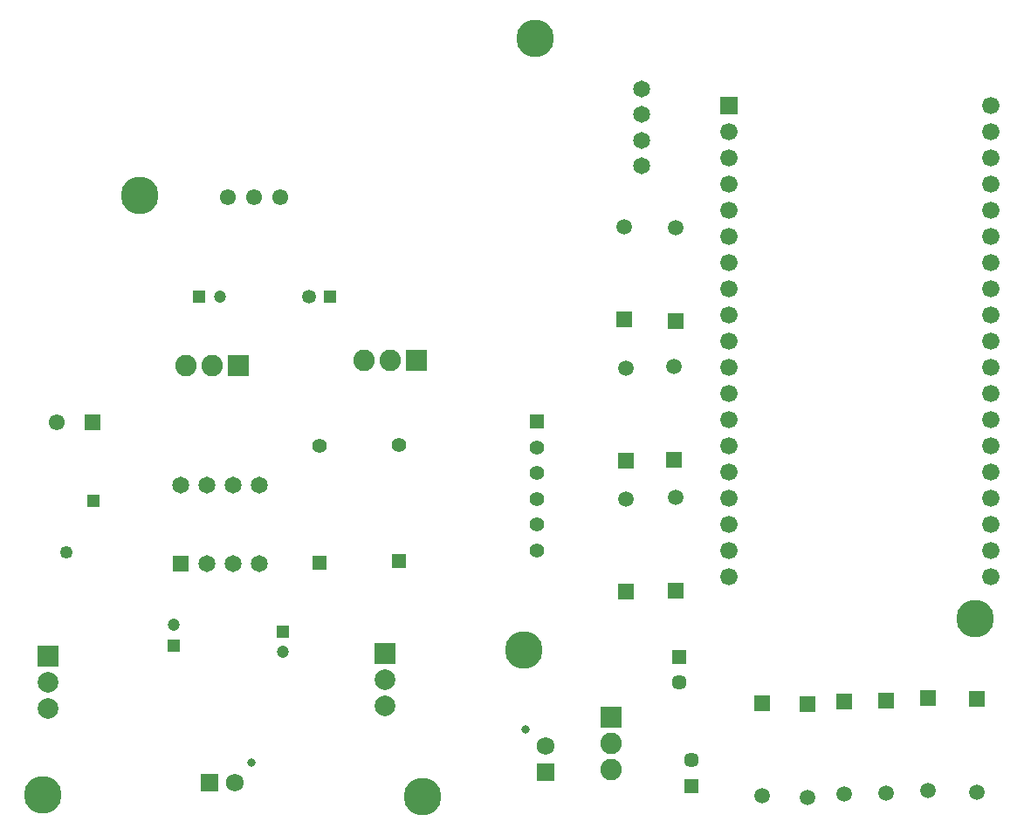
<source format=gbr>
G04*
G04 #@! TF.GenerationSoftware,Altium Limited,Altium Designer,23.8.1 (32)*
G04*
G04 Layer_Color=16711935*
%FSLAX44Y44*%
%MOMM*%
G71*
G04*
G04 #@! TF.SameCoordinates,B6B44BCC-8F3F-42C6-BD7A-2A87D95AF342*
G04*
G04*
G04 #@! TF.FilePolarity,Negative*
G04*
G01*
G75*
%ADD17R,1.5000X1.5000*%
%ADD18C,1.5000*%
%ADD19C,1.4500*%
%ADD20R,1.4500X1.4500*%
%ADD21R,1.6800X1.6800*%
%ADD22C,1.6800*%
%ADD23C,3.6500*%
%ADD24R,2.0850X2.0850*%
%ADD25C,2.0850*%
%ADD26C,1.5500*%
%ADD27R,2.0000X2.0000*%
%ADD28C,2.0000*%
%ADD29R,1.5500X1.5500*%
%ADD30R,1.2500X1.2500*%
%ADD31C,1.2500*%
%ADD32R,1.4000X1.4000*%
%ADD33C,1.4000*%
%ADD34R,1.7250X1.7250*%
%ADD35C,1.7250*%
%ADD36C,0.8000*%
%ADD37R,1.2000X1.2000*%
%ADD38C,1.2000*%
%ADD39C,1.6500*%
%ADD40R,1.6500X1.6500*%
%ADD41R,1.2000X1.2000*%
%ADD42C,1.3500*%
%ADD43R,2.0850X2.0850*%
%ADD44R,1.7250X1.7250*%
D17*
X1125220Y399330D02*
D03*
X1084580Y398780D02*
D03*
X1049020Y395520D02*
D03*
X1004570Y396790D02*
D03*
X1165860Y401870D02*
D03*
X1212850Y400600D02*
D03*
X871220Y769070D02*
D03*
X920750Y767800D02*
D03*
X872490Y504910D02*
D03*
X920750Y506180D02*
D03*
X919480Y633180D02*
D03*
X872490Y631910D02*
D03*
D18*
X1125220Y309330D02*
D03*
X1084580Y308780D02*
D03*
X1049020Y305520D02*
D03*
X1004570Y306790D02*
D03*
X1165860Y311870D02*
D03*
X1212850Y310600D02*
D03*
X871220Y859070D02*
D03*
X920750Y857800D02*
D03*
X872490Y594910D02*
D03*
X920750Y596180D02*
D03*
X919480Y723180D02*
D03*
X872490Y721910D02*
D03*
D19*
X924560Y416960D02*
D03*
X935990Y341630D02*
D03*
D20*
X924560Y441960D02*
D03*
X935990Y316630D02*
D03*
D21*
X972820Y976530D02*
D03*
D22*
Y951130D02*
D03*
Y925730D02*
D03*
Y900330D02*
D03*
Y874930D02*
D03*
Y849530D02*
D03*
Y824130D02*
D03*
Y798730D02*
D03*
Y773330D02*
D03*
Y747930D02*
D03*
Y722530D02*
D03*
Y697130D02*
D03*
Y671730D02*
D03*
Y646330D02*
D03*
Y620930D02*
D03*
Y595530D02*
D03*
Y570130D02*
D03*
Y544730D02*
D03*
Y519330D02*
D03*
X1226820D02*
D03*
Y544730D02*
D03*
Y570130D02*
D03*
Y595530D02*
D03*
Y620930D02*
D03*
Y646330D02*
D03*
Y671730D02*
D03*
Y697130D02*
D03*
Y722530D02*
D03*
Y747930D02*
D03*
Y773330D02*
D03*
Y798730D02*
D03*
Y824130D02*
D03*
Y849530D02*
D03*
Y874930D02*
D03*
Y900330D02*
D03*
Y925730D02*
D03*
Y951130D02*
D03*
Y976530D02*
D03*
D23*
X1211580Y478790D02*
D03*
X785170Y1041710D02*
D03*
X773740Y448620D02*
D03*
X675950Y306380D02*
D03*
X307650Y307650D02*
D03*
X401630Y889310D02*
D03*
D24*
X858520Y383540D02*
D03*
D25*
Y358140D02*
D03*
Y332740D02*
D03*
X446080Y724210D02*
D03*
X471480D02*
D03*
X618800Y729290D02*
D03*
X644200D02*
D03*
D26*
X537120Y888040D02*
D03*
X512120D02*
D03*
X487120D02*
D03*
X320910Y669600D02*
D03*
D27*
X312730Y442470D02*
D03*
X639395Y444910D02*
D03*
D28*
X312730Y416970D02*
D03*
Y391470D02*
D03*
X639395Y419410D02*
D03*
Y393910D02*
D03*
D29*
X355910Y669600D02*
D03*
D30*
X356210Y593000D02*
D03*
D31*
X330210Y543000D02*
D03*
D32*
X575620Y533090D02*
D03*
X653090Y534360D02*
D03*
X786130Y670160D02*
D03*
D33*
X575620Y646090D02*
D03*
X653090Y647360D02*
D03*
X786130Y545160D02*
D03*
Y570160D02*
D03*
Y595160D02*
D03*
Y620160D02*
D03*
Y645160D02*
D03*
D34*
X468580Y319400D02*
D03*
D35*
X493580D02*
D03*
X795020Y355200D02*
D03*
D36*
X509580Y339400D02*
D03*
X775020Y371200D02*
D03*
D37*
X540060Y466240D02*
D03*
X434650Y452590D02*
D03*
D38*
X540060Y446240D02*
D03*
X434650Y472590D02*
D03*
X479100Y791520D02*
D03*
D39*
X517200Y608640D02*
D03*
X491800D02*
D03*
X466400D02*
D03*
X441000D02*
D03*
X517200Y532440D02*
D03*
X491800D02*
D03*
X466400D02*
D03*
X887730Y918140D02*
D03*
Y943140D02*
D03*
Y968140D02*
D03*
Y993140D02*
D03*
D40*
X441000Y532440D02*
D03*
D41*
X459100Y791520D02*
D03*
X585620D02*
D03*
D42*
X565620D02*
D03*
D43*
X496880Y724210D02*
D03*
X669600Y729290D02*
D03*
D44*
X795020Y330200D02*
D03*
M02*

</source>
